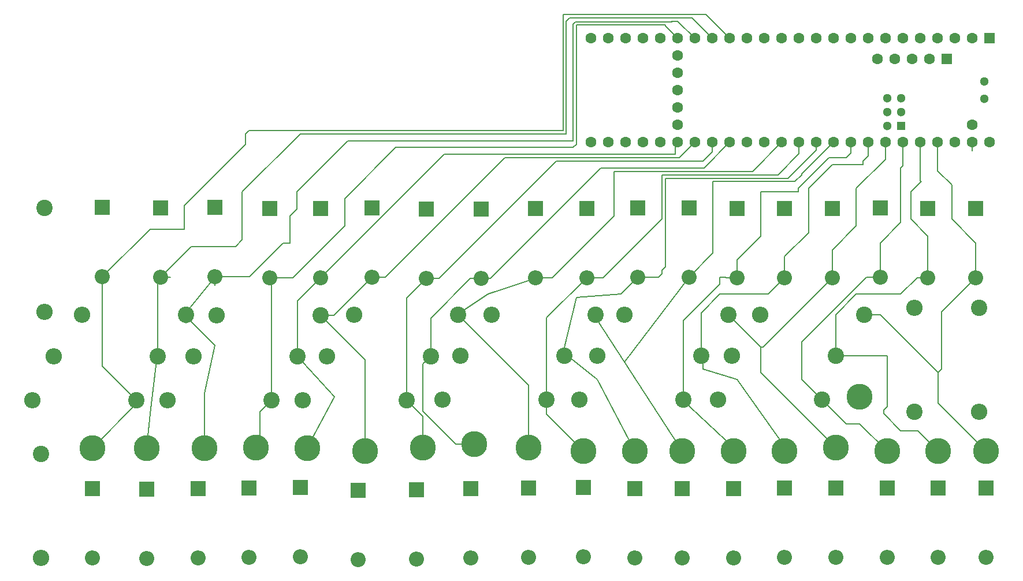
<source format=gbr>
%TF.GenerationSoftware,KiCad,Pcbnew,8.0.1*%
%TF.CreationDate,2024-04-01T15:58:40-04:00*%
%TF.ProjectId,emandoharp,656d616e-646f-4686-9172-702e6b696361,rev?*%
%TF.SameCoordinates,Original*%
%TF.FileFunction,Copper,L2,Bot*%
%TF.FilePolarity,Positive*%
%FSLAX46Y46*%
G04 Gerber Fmt 4.6, Leading zero omitted, Abs format (unit mm)*
G04 Created by KiCad (PCBNEW 8.0.1) date 2024-04-01 15:58:40*
%MOMM*%
%LPD*%
G01*
G04 APERTURE LIST*
%TA.AperFunction,Conductor*%
%ADD10C,0.200000*%
%TD*%
%TA.AperFunction,ComponentPad*%
%ADD11C,2.400000*%
%TD*%
%TA.AperFunction,ComponentPad*%
%ADD12O,2.400000X2.400000*%
%TD*%
%TA.AperFunction,ComponentPad*%
%ADD13R,1.600000X1.600000*%
%TD*%
%TA.AperFunction,ComponentPad*%
%ADD14C,1.600000*%
%TD*%
%TA.AperFunction,ComponentPad*%
%ADD15R,1.300000X1.300000*%
%TD*%
%TA.AperFunction,ComponentPad*%
%ADD16C,1.300000*%
%TD*%
%TA.AperFunction,ComponentPad*%
%ADD17C,3.800000*%
%TD*%
%TA.AperFunction,ComponentPad*%
%ADD18R,2.200000X2.200000*%
%TD*%
%TA.AperFunction,ComponentPad*%
%ADD19O,2.200000X2.200000*%
%TD*%
G04 APERTURE END LIST*
D10*
%TO.N,Net-(D27-A)*%
X150500000Y-125000000D02*
X150500000Y-123000000D01*
X155500000Y-126500000D02*
X150500000Y-125000000D01*
X163000000Y-137000000D02*
X155500000Y-126500000D01*
%TO.N,Net-(D25-A)*%
X155000000Y-136500000D02*
X147500000Y-129500000D01*
%TO.N,Net-(D23-A)*%
X139000000Y-124000000D02*
X148500000Y-111500000D01*
X147500000Y-137000000D02*
X134500000Y-117000000D01*
%TO.N,Net-(D17-A)*%
X119000000Y-114000000D02*
X126500000Y-111500000D01*
X114500000Y-117000000D02*
X119000000Y-114000000D01*
%TO.N,Net-(D21-A)*%
X138500000Y-114000000D02*
X141000000Y-111500000D01*
X132000000Y-114500000D02*
X138500000Y-114000000D01*
X130000000Y-122500000D02*
X132000000Y-114500000D01*
X135000000Y-126500000D02*
X130000000Y-122500000D01*
X140500000Y-137000000D02*
X135000000Y-126500000D01*
%TO.N,Net-(D3-A)*%
X69500000Y-131500000D02*
X70500000Y-123000000D01*
X69000000Y-136500000D02*
X69500000Y-131500000D01*
X68500000Y-137000000D02*
X69000000Y-136500000D01*
%TO.N,Net-(D10-K)*%
X96500000Y-129000000D02*
X91000000Y-123000000D01*
X92500000Y-136500000D02*
X96500000Y-129000000D01*
%TO.N,Net-(D5-A)*%
X74500000Y-117000000D02*
X79000000Y-111500000D01*
X79000000Y-121500000D02*
X74500000Y-117000000D01*
X77500000Y-128500000D02*
X79000000Y-121500000D01*
%TD*%
D11*
%TO.P,R9,1*%
%TO.N,Net-(D10-K)*%
X91120000Y-123080000D03*
D12*
%TO.P,R9,2*%
%TO.N,Net-(PC1-Pad1)*%
X75880000Y-123080000D03*
%TD*%
D13*
%TO.P,U1,1,GND*%
%TO.N,unconnected-(U1-GND-Pad1)*%
X192520000Y-76500000D03*
D14*
%TO.P,U1,2,0_RX1_CRX2_CS1*%
%TO.N,unconnected-(U1-0_RX1_CRX2_CS1-Pad2)*%
X189980000Y-76500000D03*
%TO.P,U1,3,1_TX1_CTX2_MISO1*%
%TO.N,unconnected-(U1-1_TX1_CTX2_MISO1-Pad3)*%
X187440000Y-76500000D03*
%TO.P,U1,4,2_OUT2*%
%TO.N,unconnected-(U1-2_OUT2-Pad4)*%
X184900000Y-76500000D03*
%TO.P,U1,5,3_LRCLK2*%
%TO.N,unconnected-(U1-3_LRCLK2-Pad5)*%
X182360000Y-76500000D03*
%TO.P,U1,6,4_BCLK2*%
%TO.N,unconnected-(U1-4_BCLK2-Pad6)*%
X179820000Y-76500000D03*
%TO.P,U1,7,5_IN2*%
%TO.N,unconnected-(U1-5_IN2-Pad7)*%
X177280000Y-76500000D03*
%TO.P,U1,8,6_OUT1D*%
%TO.N,unconnected-(U1-6_OUT1D-Pad8)*%
X174740000Y-76500000D03*
%TO.P,U1,9,7_RX2_OUT1A*%
%TO.N,unconnected-(U1-7_RX2_OUT1A-Pad9)*%
X172200000Y-76500000D03*
%TO.P,U1,10,8_TX2_IN1*%
%TO.N,unconnected-(U1-8_TX2_IN1-Pad10)*%
X169660000Y-76500000D03*
%TO.P,U1,11,9_OUT1C*%
%TO.N,unconnected-(U1-9_OUT1C-Pad11)*%
X167120000Y-76500000D03*
%TO.P,U1,12,10_CS_MQSR*%
%TO.N,unconnected-(U1-10_CS_MQSR-Pad12)*%
X164580000Y-76500000D03*
%TO.P,U1,13,11_MOSI_CTX1*%
%TO.N,unconnected-(U1-11_MOSI_CTX1-Pad13)*%
X162040000Y-76500000D03*
%TO.P,U1,14,12_MISO_MQSL*%
%TO.N,unconnected-(U1-12_MISO_MQSL-Pad14)*%
X159500000Y-76500000D03*
%TO.P,U1,15,3V3*%
%TO.N,unconnected-(U1-3V3-Pad15)*%
X156960000Y-76500000D03*
%TO.P,U1,16,24_A10_TX6_SCL2*%
%TO.N,Net-(D1-A)*%
X154420000Y-76500000D03*
%TO.P,U1,17,25_A11_RX6_SDA2*%
%TO.N,Net-(D3-A)*%
X151880000Y-76500000D03*
%TO.P,U1,18,26_A12_MOSI1*%
%TO.N,Net-(D5-A)*%
X149340000Y-76500000D03*
%TO.P,U1,19,27_A13_SCK1*%
%TO.N,Net-(D7-A)*%
X146800000Y-76500000D03*
%TO.P,U1,20,28_RX7*%
%TO.N,unconnected-(U1-28_RX7-Pad20)*%
X144260000Y-76500000D03*
%TO.P,U1,21,29_TX7*%
%TO.N,unconnected-(U1-29_TX7-Pad21)*%
X141720000Y-76500000D03*
%TO.P,U1,22,30_CRX3*%
%TO.N,unconnected-(U1-30_CRX3-Pad22)*%
X139180000Y-76500000D03*
%TO.P,U1,23,31_CTX3*%
%TO.N,unconnected-(U1-31_CTX3-Pad23)*%
X136640000Y-76500000D03*
%TO.P,U1,24,32_OUT1B*%
%TO.N,unconnected-(U1-32_OUT1B-Pad24)*%
X134100000Y-76500000D03*
%TO.P,U1,25,33_MCLK2*%
%TO.N,unconnected-(U1-33_MCLK2-Pad25)*%
X134100000Y-91740000D03*
%TO.P,U1,26,34_RX8*%
%TO.N,unconnected-(U1-34_RX8-Pad26)*%
X136640000Y-91740000D03*
%TO.P,U1,27,35_TX8*%
%TO.N,unconnected-(U1-35_TX8-Pad27)*%
X139180000Y-91740000D03*
%TO.P,U1,28,36_CS*%
%TO.N,unconnected-(U1-36_CS-Pad28)*%
X141720000Y-91740000D03*
%TO.P,U1,29,37_CS*%
%TO.N,unconnected-(U1-37_CS-Pad29)*%
X144260000Y-91740000D03*
%TO.P,U1,30,38_CS1_IN1*%
%TO.N,Net-(D10-K)*%
X146800000Y-91740000D03*
%TO.P,U1,31,39_MISO1_OUT1A*%
%TO.N,Net-(D11-A)*%
X149340000Y-91740000D03*
%TO.P,U1,32,40_A16*%
%TO.N,Net-(D13-A)*%
X151880000Y-91740000D03*
%TO.P,U1,33,41_A17*%
%TO.N,Net-(D15-A)*%
X154420000Y-91740000D03*
%TO.P,U1,34,GND*%
%TO.N,unconnected-(U1-GND-Pad34)*%
X156960000Y-91740000D03*
%TO.P,U1,35,13_SCK_LED*%
%TO.N,unconnected-(U1-13_SCK_LED-Pad35)*%
X159500000Y-91740000D03*
%TO.P,U1,36,14_A0_TX3_SPDIF_OUT*%
%TO.N,Net-(D17-A)*%
X162040000Y-91740000D03*
%TO.P,U1,37,15_A1_RX3_SPDIF_IN*%
%TO.N,Net-(D19-A)*%
X164580000Y-91740000D03*
%TO.P,U1,38,16_A2_RX4_SCL1*%
%TO.N,Net-(D21-A)*%
X167120000Y-91740000D03*
%TO.P,U1,39,17_A3_TX4_SDA1*%
%TO.N,Net-(D23-A)*%
X169660000Y-91740000D03*
%TO.P,U1,40,18_A4_SDA*%
%TO.N,Net-(D25-A)*%
X172200000Y-91740000D03*
%TO.P,U1,41,19_A5_SCL*%
%TO.N,Net-(D27-A)*%
X174740000Y-91740000D03*
%TO.P,U1,42,20_A6_TX5_LRCLK1*%
%TO.N,Net-(D29-A)*%
X177280000Y-91740000D03*
%TO.P,U1,43,21_A7_RX5_BCLK1*%
%TO.N,Net-(D31-A)*%
X179820000Y-91740000D03*
%TO.P,U1,44,22_A8_CTX1*%
%TO.N,Net-(D33-A)*%
X182360000Y-91740000D03*
%TO.P,U1,45,23_A9_CRX1_MCLK1*%
%TO.N,Net-(D35-A)*%
X184900000Y-91740000D03*
%TO.P,U1,46,3V3*%
%TO.N,Net-(R2-Pad1)*%
X187440000Y-91740000D03*
%TO.P,U1,47,GND*%
%TO.N,Net-(R1-Pad1)*%
X189980000Y-91740000D03*
%TO.P,U1,48,VIN*%
%TO.N,unconnected-(U1-VIN-Pad48)*%
X192520000Y-91740000D03*
%TO.P,U1,49,VUSB*%
%TO.N,unconnected-(U1-VUSB-Pad49)*%
X189980000Y-89200000D03*
%TO.P,U1,50,VBAT*%
%TO.N,unconnected-(U1-VBAT-Pad50)*%
X146800000Y-79040000D03*
%TO.P,U1,51,3V3*%
%TO.N,unconnected-(U1-3V3-Pad51)*%
X146800000Y-81580000D03*
%TO.P,U1,52,GND*%
%TO.N,unconnected-(U1-GND-Pad52)*%
X146800000Y-84120000D03*
%TO.P,U1,53,PROGRAM*%
%TO.N,unconnected-(U1-PROGRAM-Pad53)*%
X146800000Y-86660000D03*
%TO.P,U1,54,ON_OFF*%
%TO.N,unconnected-(U1-ON_OFF-Pad54)*%
X146800000Y-89200000D03*
D13*
%TO.P,U1,55,5V*%
%TO.N,unconnected-(U1-5V-Pad55)*%
X186220800Y-79550800D03*
D14*
%TO.P,U1,56,D-*%
%TO.N,unconnected-(U1-D--Pad56)*%
X183680800Y-79550800D03*
%TO.P,U1,57,D+*%
%TO.N,unconnected-(U1-D+-Pad57)*%
X181140800Y-79550800D03*
%TO.P,U1,58,GND*%
%TO.N,unconnected-(U1-GND-Pad58)*%
X178600800Y-79550800D03*
%TO.P,U1,59,GND*%
%TO.N,unconnected-(U1-GND-Pad59)*%
X176060800Y-79550800D03*
D15*
%TO.P,U1,60,R+*%
%TO.N,unconnected-(U1-R+-Pad60)*%
X179550000Y-89301600D03*
D16*
%TO.P,U1,61,LED*%
%TO.N,unconnected-(U1-LED-Pad61)*%
X179550000Y-87301600D03*
%TO.P,U1,62,T-*%
%TO.N,unconnected-(U1-T--Pad62)*%
X179550000Y-85301600D03*
%TO.P,U1,63,T+*%
%TO.N,unconnected-(U1-T+-Pad63)*%
X177550000Y-85301600D03*
%TO.P,U1,64,GND*%
%TO.N,unconnected-(U1-GND-Pad64)*%
X177550000Y-87301600D03*
%TO.P,U1,65,R-*%
%TO.N,unconnected-(U1-R--Pad65)*%
X177550000Y-89301600D03*
%TO.P,U1,66,D-*%
%TO.N,unconnected-(U1-D--Pad66)*%
X191790000Y-85390000D03*
%TO.P,U1,67,D+*%
%TO.N,unconnected-(U1-D+-Pad67)*%
X191790000Y-82850000D03*
%TD*%
D11*
%TO.P,R22,1*%
%TO.N,Net-(D35-A)*%
X174120000Y-117000000D03*
D12*
%TO.P,R22,2*%
%TO.N,Net-(PC1-Pad1)*%
X158880000Y-117000000D03*
%TD*%
D11*
%TO.P,R21,1*%
%TO.N,Net-(D33-A)*%
X170000000Y-123000000D03*
D12*
%TO.P,R21,2*%
%TO.N,Net-(PC1-Pad1)*%
X154760000Y-123000000D03*
%TD*%
D11*
%TO.P,R20,1*%
%TO.N,Net-(D31-A)*%
X168000000Y-129500000D03*
D12*
%TO.P,R20,2*%
%TO.N,Net-(PC1-Pad1)*%
X152760000Y-129500000D03*
%TD*%
D11*
%TO.P,R19,1*%
%TO.N,Net-(D29-A)*%
X154240000Y-117000000D03*
D12*
%TO.P,R19,2*%
%TO.N,Net-(PC1-Pad1)*%
X139000000Y-117000000D03*
%TD*%
D11*
%TO.P,R18,1*%
%TO.N,Net-(D27-A)*%
X150240000Y-123000000D03*
D12*
%TO.P,R18,2*%
%TO.N,Net-(PC1-Pad1)*%
X135000000Y-123000000D03*
%TD*%
D11*
%TO.P,R17,1*%
%TO.N,Net-(D25-A)*%
X147620000Y-129500000D03*
D12*
%TO.P,R17,2*%
%TO.N,Net-(PC1-Pad1)*%
X132380000Y-129500000D03*
%TD*%
D11*
%TO.P,R16,1*%
%TO.N,Net-(D23-A)*%
X134740000Y-117000000D03*
D12*
%TO.P,R16,2*%
%TO.N,Net-(PC1-Pad1)*%
X119500000Y-117000000D03*
%TD*%
D11*
%TO.P,R10,1*%
%TO.N,Net-(D21-A)*%
X130240000Y-123000000D03*
D12*
%TO.P,R10,2*%
%TO.N,Net-(PC1-Pad1)*%
X115000000Y-123000000D03*
%TD*%
D17*
%TO.P,P18,1,1*%
%TO.N,Net-(D35-A)*%
X192000000Y-137000000D03*
%TD*%
%TO.P,P17,1,1*%
%TO.N,Net-(D33-A)*%
X185000000Y-137000000D03*
%TD*%
%TO.P,P16,1,1*%
%TO.N,Net-(D31-A)*%
X177500000Y-137000000D03*
%TD*%
%TO.P,P15,1,1*%
%TO.N,Net-(D29-A)*%
X170000000Y-136500000D03*
%TD*%
%TO.P,P14,1,1*%
%TO.N,Net-(D27-A)*%
X162500000Y-137000000D03*
%TD*%
%TO.P,P13,1,1*%
%TO.N,Net-(D25-A)*%
X155000000Y-137000000D03*
%TD*%
%TO.P,P12,1,1*%
%TO.N,Net-(D23-A)*%
X147500000Y-137000000D03*
%TD*%
%TO.P,P11,1,1*%
%TO.N,Net-(D21-A)*%
X140500000Y-137000000D03*
%TD*%
D18*
%TO.P,D36,1,K*%
%TO.N,Net-(D35-A)*%
X192000000Y-142420000D03*
D19*
%TO.P,D36,2,A*%
%TO.N,Net-(D10-A)*%
X192000000Y-152580000D03*
%TD*%
D18*
%TO.P,D35,1,K*%
%TO.N,Net-(D1-K)*%
X190500000Y-101420000D03*
D19*
%TO.P,D35,2,A*%
%TO.N,Net-(D35-A)*%
X190500000Y-111580000D03*
%TD*%
D18*
%TO.P,D34,1,K*%
%TO.N,Net-(D33-A)*%
X185000000Y-142420000D03*
D19*
%TO.P,D34,2,A*%
%TO.N,Net-(D10-A)*%
X185000000Y-152580000D03*
%TD*%
D18*
%TO.P,D33,1,K*%
%TO.N,Net-(D1-K)*%
X183500000Y-101420000D03*
D19*
%TO.P,D33,2,A*%
%TO.N,Net-(D33-A)*%
X183500000Y-111580000D03*
%TD*%
D18*
%TO.P,D32,1,K*%
%TO.N,Net-(D31-A)*%
X177500000Y-142420000D03*
D19*
%TO.P,D32,2,A*%
%TO.N,Net-(D10-A)*%
X177500000Y-152580000D03*
%TD*%
D18*
%TO.P,D31,1,K*%
%TO.N,Net-(D1-K)*%
X176500000Y-101340000D03*
D19*
%TO.P,D31,2,A*%
%TO.N,Net-(D31-A)*%
X176500000Y-111500000D03*
%TD*%
D18*
%TO.P,D30,1,K*%
%TO.N,Net-(D29-A)*%
X170000000Y-142420000D03*
D19*
%TO.P,D30,2,A*%
%TO.N,Net-(D10-A)*%
X170000000Y-152580000D03*
%TD*%
D18*
%TO.P,D29,1,K*%
%TO.N,Net-(D1-K)*%
X169500000Y-101420000D03*
D19*
%TO.P,D29,2,A*%
%TO.N,Net-(D29-A)*%
X169500000Y-111580000D03*
%TD*%
D18*
%TO.P,D28,1,K*%
%TO.N,Net-(D27-A)*%
X162500000Y-142420000D03*
D19*
%TO.P,D28,2,A*%
%TO.N,Net-(D10-A)*%
X162500000Y-152580000D03*
%TD*%
D18*
%TO.P,D27,1,K*%
%TO.N,Net-(D1-K)*%
X162500000Y-101420000D03*
D19*
%TO.P,D27,2,A*%
%TO.N,Net-(D27-A)*%
X162500000Y-111580000D03*
%TD*%
D18*
%TO.P,D26,1,K*%
%TO.N,Net-(D25-A)*%
X155000000Y-142500000D03*
D19*
%TO.P,D26,2,A*%
%TO.N,Net-(D10-A)*%
X155000000Y-152660000D03*
%TD*%
D18*
%TO.P,D25,1,K*%
%TO.N,Net-(D1-K)*%
X155500000Y-101420000D03*
D19*
%TO.P,D25,2,A*%
%TO.N,Net-(D25-A)*%
X155500000Y-111580000D03*
%TD*%
D18*
%TO.P,D24,1,K*%
%TO.N,Net-(D23-A)*%
X147500000Y-142500000D03*
D19*
%TO.P,D24,2,A*%
%TO.N,Net-(D10-A)*%
X147500000Y-152660000D03*
%TD*%
D18*
%TO.P,D23,1,K*%
%TO.N,Net-(D1-K)*%
X148500000Y-101340000D03*
D19*
%TO.P,D23,2,A*%
%TO.N,Net-(D23-A)*%
X148500000Y-111500000D03*
%TD*%
D18*
%TO.P,D22,1,K*%
%TO.N,Net-(D21-A)*%
X140500000Y-142500000D03*
D19*
%TO.P,D22,2,A*%
%TO.N,Net-(D10-A)*%
X140500000Y-152660000D03*
%TD*%
D18*
%TO.P,D21,1,K*%
%TO.N,Net-(D1-K)*%
X141000000Y-101340000D03*
D19*
%TO.P,D21,2,A*%
%TO.N,Net-(D21-A)*%
X141000000Y-111500000D03*
%TD*%
D11*
%TO.P,R13,1*%
%TO.N,Net-(D15-A)*%
X110620000Y-123080000D03*
D12*
%TO.P,R13,2*%
%TO.N,Net-(PC1-Pad1)*%
X95380000Y-123080000D03*
%TD*%
D17*
%TO.P,P3,1,1*%
%TO.N,Net-(D5-A)*%
X77500000Y-136580000D03*
%TD*%
D11*
%TO.P,R2,1*%
%TO.N,Net-(R2-Pad1)*%
X181500000Y-131240000D03*
D12*
%TO.P,R2,2*%
%TO.N,Net-(D1-K)*%
X181500000Y-116000000D03*
%TD*%
D18*
%TO.P,D7,1,K*%
%TO.N,Net-(D1-K)*%
X87000000Y-101420000D03*
D19*
%TO.P,D7,2,A*%
%TO.N,Net-(D7-A)*%
X87000000Y-111580000D03*
%TD*%
D18*
%TO.P,D20,1,K*%
%TO.N,Net-(D19-A)*%
X133000000Y-142360000D03*
D19*
%TO.P,D20,2,A*%
%TO.N,Net-(D10-A)*%
X133000000Y-152520000D03*
%TD*%
D18*
%TO.P,D15,1,K*%
%TO.N,Net-(D1-K)*%
X118000000Y-101500000D03*
D19*
%TO.P,D15,2,A*%
%TO.N,Net-(D15-A)*%
X118000000Y-111660000D03*
%TD*%
D18*
%TO.P,D2,1,K*%
%TO.N,Net-(D1-A)*%
X61000000Y-142500000D03*
D19*
%TO.P,D2,2,A*%
%TO.N,Net-(D10-A)*%
X61000000Y-152660000D03*
%TD*%
D11*
%TO.P,R6,1*%
%TO.N,Net-(D3-A)*%
X70620000Y-123080000D03*
D12*
%TO.P,R6,2*%
%TO.N,Net-(PC1-Pad1)*%
X55380000Y-123080000D03*
%TD*%
D17*
%TO.P,P6,1,1*%
%TO.N,Net-(D11-A)*%
X101000000Y-137000000D03*
%TD*%
D11*
%TO.P,R14,1*%
%TO.N,Net-(D17-A)*%
X114620000Y-117000000D03*
D12*
%TO.P,R14,2*%
%TO.N,Net-(PC1-Pad1)*%
X99380000Y-117000000D03*
%TD*%
D18*
%TO.P,D11,1,K*%
%TO.N,Net-(D1-K)*%
X102000000Y-101340000D03*
D19*
%TO.P,D11,2,A*%
%TO.N,Net-(D11-A)*%
X102000000Y-111500000D03*
%TD*%
D18*
%TO.P,D8,1,K*%
%TO.N,Net-(D7-A)*%
X84000000Y-142420000D03*
D19*
%TO.P,D8,2,A*%
%TO.N,Net-(D10-A)*%
X84000000Y-152580000D03*
%TD*%
D18*
%TO.P,D12,1,K*%
%TO.N,Net-(D11-A)*%
X100000000Y-142760000D03*
D19*
%TO.P,D12,2,A*%
%TO.N,Net-(D10-A)*%
X100000000Y-152920000D03*
%TD*%
D18*
%TO.P,D9,1,K*%
%TO.N,Net-(D1-K)*%
X94500000Y-101420000D03*
D19*
%TO.P,D9,2,A*%
%TO.N,Net-(D10-K)*%
X94500000Y-111580000D03*
%TD*%
D18*
%TO.P,D10,1,K*%
%TO.N,Net-(D10-K)*%
X91500000Y-142340000D03*
D19*
%TO.P,D10,2,A*%
%TO.N,Net-(D10-A)*%
X91500000Y-152500000D03*
%TD*%
D18*
%TO.P,D19,1,K*%
%TO.N,Net-(D1-K)*%
X133500000Y-101420000D03*
D19*
%TO.P,D19,2,A*%
%TO.N,Net-(D19-A)*%
X133500000Y-111580000D03*
%TD*%
D11*
%TO.P,R11,1*%
%TO.N,Net-(D11-A)*%
X94500000Y-117080000D03*
D12*
%TO.P,R11,2*%
%TO.N,Net-(PC1-Pad1)*%
X79260000Y-117080000D03*
%TD*%
D18*
%TO.P,D14,1,K*%
%TO.N,Net-(D13-A)*%
X108500000Y-142680000D03*
D19*
%TO.P,D14,2,A*%
%TO.N,Net-(D10-A)*%
X108500000Y-152840000D03*
%TD*%
D18*
%TO.P,D16,1,K*%
%TO.N,Net-(D15-A)*%
X116500000Y-142500000D03*
D19*
%TO.P,D16,2,A*%
%TO.N,Net-(D10-A)*%
X116500000Y-152660000D03*
%TD*%
D11*
%TO.P,R3,1*%
%TO.N,Net-(D1-K)*%
X54000000Y-101340000D03*
D12*
%TO.P,R3,2*%
%TO.N,Net-(PC1-Pad1)*%
X54000000Y-116580000D03*
%TD*%
D17*
%TO.P,P9,1,1*%
%TO.N,Net-(D17-A)*%
X125000000Y-136500000D03*
%TD*%
D11*
%TO.P,R7,1*%
%TO.N,Net-(D5-A)*%
X74740000Y-117000000D03*
D12*
%TO.P,R7,2*%
%TO.N,Net-(PC1-Pad1)*%
X59500000Y-117000000D03*
%TD*%
D17*
%TO.P,P7,1,1*%
%TO.N,Net-(D13-A)*%
X109500000Y-136500000D03*
%TD*%
D11*
%TO.P,R8,1*%
%TO.N,Net-(D7-A)*%
X87240000Y-129580000D03*
D12*
%TO.P,R8,2*%
%TO.N,Net-(PC1-Pad1)*%
X72000000Y-129580000D03*
%TD*%
D11*
%TO.P,R15,1*%
%TO.N,Net-(D19-A)*%
X127620000Y-129500000D03*
D12*
%TO.P,R15,2*%
%TO.N,Net-(PC1-Pad1)*%
X112380000Y-129500000D03*
%TD*%
D11*
%TO.P,R4,1*%
%TO.N,Net-(PC1-Pad1)*%
X53500000Y-137460000D03*
D12*
%TO.P,R4,2*%
%TO.N,Net-(D10-A)*%
X53500000Y-152700000D03*
%TD*%
D18*
%TO.P,D4,1,K*%
%TO.N,Net-(D3-A)*%
X69000000Y-142580000D03*
D19*
%TO.P,D4,2,A*%
%TO.N,Net-(D10-A)*%
X69000000Y-152740000D03*
%TD*%
D17*
%TO.P,P2,1,1*%
%TO.N,Net-(D3-A)*%
X69000000Y-136580000D03*
%TD*%
%TO.P,P8,1,1*%
%TO.N,Net-(D15-A)*%
X117000000Y-136000000D03*
%TD*%
%TO.P,P5,1,1*%
%TO.N,Net-(D10-K)*%
X92500000Y-136580000D03*
%TD*%
%TO.P,P10,1,1*%
%TO.N,Net-(D19-A)*%
X133000000Y-137000000D03*
%TD*%
D18*
%TO.P,D17,1,K*%
%TO.N,Net-(D1-K)*%
X126000000Y-101420000D03*
D19*
%TO.P,D17,2,A*%
%TO.N,Net-(D17-A)*%
X126000000Y-111580000D03*
%TD*%
D17*
%TO.P,P1,1,1*%
%TO.N,Net-(D1-A)*%
X61000000Y-136580000D03*
%TD*%
D11*
%TO.P,R1,1*%
%TO.N,Net-(R1-Pad1)*%
X191000000Y-116000000D03*
D12*
%TO.P,R1,2*%
%TO.N,Net-(D10-A)*%
X191000000Y-131240000D03*
%TD*%
D18*
%TO.P,D5,1,K*%
%TO.N,Net-(D1-K)*%
X79000000Y-101300000D03*
D19*
%TO.P,D5,2,A*%
%TO.N,Net-(D5-A)*%
X79000000Y-111460000D03*
%TD*%
D11*
%TO.P,R5,1*%
%TO.N,Net-(D1-A)*%
X67500000Y-129580000D03*
D12*
%TO.P,R5,2*%
%TO.N,Net-(PC1-Pad1)*%
X52260000Y-129580000D03*
%TD*%
D18*
%TO.P,D3,1,K*%
%TO.N,Net-(D1-K)*%
X71000000Y-101380000D03*
D19*
%TO.P,D3,2,A*%
%TO.N,Net-(D3-A)*%
X71000000Y-111540000D03*
%TD*%
D18*
%TO.P,D13,1,K*%
%TO.N,Net-(D1-K)*%
X110000000Y-101500000D03*
D19*
%TO.P,D13,2,A*%
%TO.N,Net-(D13-A)*%
X110000000Y-111660000D03*
%TD*%
D18*
%TO.P,D6,1,K*%
%TO.N,Net-(D5-A)*%
X76500000Y-142500000D03*
D19*
%TO.P,D6,2,A*%
%TO.N,Net-(D10-A)*%
X76500000Y-152660000D03*
%TD*%
D18*
%TO.P,D1,1,K*%
%TO.N,Net-(D1-K)*%
X62500000Y-101300000D03*
D19*
%TO.P,D1,2,A*%
%TO.N,Net-(D1-A)*%
X62500000Y-111460000D03*
%TD*%
D18*
%TO.P,D18,1,K*%
%TO.N,Net-(D17-A)*%
X125000000Y-142440000D03*
D19*
%TO.P,D18,2,A*%
%TO.N,Net-(D10-A)*%
X125000000Y-152600000D03*
%TD*%
D17*
%TO.P,P4,1,1*%
%TO.N,Net-(D7-A)*%
X85000000Y-136500000D03*
%TD*%
D11*
%TO.P,R12,1*%
%TO.N,Net-(D13-A)*%
X107120000Y-129580000D03*
D12*
%TO.P,R12,2*%
%TO.N,Net-(PC1-Pad1)*%
X91880000Y-129580000D03*
%TD*%
D17*
%TO.P,PC1,1,1*%
%TO.N,Net-(PC1-Pad1)*%
X173500000Y-129000000D03*
%TD*%
D10*
%TO.N,Net-(D1-A)*%
X154420000Y-76500000D02*
X150920000Y-73000000D01*
X150920000Y-73000000D02*
X130000000Y-73000000D01*
X130000000Y-73000000D02*
X130000000Y-90000000D01*
X130000000Y-90000000D02*
X84000000Y-90000000D01*
X84000000Y-90000000D02*
X83500000Y-90500000D01*
X83500000Y-90500000D02*
X83500000Y-92000000D01*
X83500000Y-92000000D02*
X74500000Y-101000000D01*
X69460000Y-104500000D02*
X62500000Y-111460000D01*
X74500000Y-101000000D02*
X74500000Y-104500000D01*
X74500000Y-104500000D02*
X69460000Y-104500000D01*
%TO.N,Net-(D3-A)*%
X151880000Y-76500000D02*
X148880000Y-73500000D01*
X75540000Y-107000000D02*
X71000000Y-111540000D01*
X148880000Y-73500000D02*
X131000000Y-73500000D01*
X83000000Y-99000000D02*
X83000000Y-106000000D01*
X131000000Y-73500000D02*
X130500000Y-74000000D01*
X130500000Y-74000000D02*
X130500000Y-90500000D01*
X91500000Y-90500000D02*
X83000000Y-99000000D01*
X130500000Y-90500000D02*
X91500000Y-90500000D01*
X83000000Y-106000000D02*
X82000000Y-107000000D01*
X82000000Y-107000000D02*
X75540000Y-107000000D01*
%TO.N,Net-(D5-A)*%
X149340000Y-76500000D02*
X146840000Y-74000000D01*
X90000000Y-106500000D02*
X89000000Y-106500000D01*
X146840000Y-74000000D02*
X145855635Y-74000000D01*
X131500000Y-74434315D02*
X131500000Y-91500000D01*
X145855635Y-74000000D02*
X145955635Y-74100000D01*
X145955635Y-74100000D02*
X131834315Y-74100000D01*
X131834315Y-74100000D02*
X131500000Y-74434315D01*
X91000000Y-99000000D02*
X91000000Y-101500000D01*
X131500000Y-91500000D02*
X98500000Y-91500000D01*
X90000000Y-102500000D02*
X90000000Y-106500000D01*
X98500000Y-91500000D02*
X91000000Y-99000000D01*
X91000000Y-101500000D02*
X90000000Y-102500000D01*
X89000000Y-106500000D02*
X84040000Y-111460000D01*
X84040000Y-111460000D02*
X79000000Y-111460000D01*
%TO.N,Net-(D7-A)*%
X146800000Y-76500000D02*
X145000000Y-74700000D01*
X145000000Y-74700000D02*
X145000000Y-74500000D01*
X145000000Y-74500000D02*
X132000000Y-74500000D01*
X132000000Y-74500000D02*
X132000000Y-92000000D01*
X98000000Y-104000000D02*
X90420000Y-111580000D01*
X132000000Y-92000000D02*
X131500000Y-92500000D01*
X131500000Y-92500000D02*
X105500000Y-92500000D01*
X105500000Y-92500000D02*
X98000000Y-100000000D01*
X98000000Y-100000000D02*
X98000000Y-104000000D01*
X90420000Y-111580000D02*
X87000000Y-111580000D01*
%TO.N,Net-(D19-A)*%
X133500000Y-111580000D02*
X135920000Y-111580000D01*
X135920000Y-111580000D02*
X144500000Y-103000000D01*
X144500000Y-103000000D02*
X144500000Y-96500000D01*
X144500000Y-96500000D02*
X161500000Y-96500000D01*
X161500000Y-96500000D02*
X164580000Y-93420000D01*
X164580000Y-93420000D02*
X164580000Y-91740000D01*
%TO.N,Net-(D17-A)*%
X126000000Y-111580000D02*
X128420000Y-111580000D01*
X128420000Y-111580000D02*
X137500000Y-102500000D01*
X137500000Y-102500000D02*
X137500000Y-96000000D01*
X137500000Y-96000000D02*
X157780000Y-96000000D01*
X157780000Y-96000000D02*
X162040000Y-91740000D01*
%TO.N,Net-(D3-A)*%
X72460000Y-111540000D02*
X71000000Y-111540000D01*
%TO.N,Net-(D10-K)*%
X94500000Y-111580000D02*
X112580000Y-93500000D01*
X146500000Y-93500000D02*
X146500000Y-92040000D01*
X112580000Y-93500000D02*
X146500000Y-93500000D01*
X146500000Y-92040000D02*
X146800000Y-91740000D01*
%TO.N,Net-(D11-A)*%
X102000000Y-111500000D02*
X104000000Y-111500000D01*
X104000000Y-111500000D02*
X121500000Y-94000000D01*
X121500000Y-94000000D02*
X147080000Y-94000000D01*
X147080000Y-94000000D02*
X149340000Y-91740000D01*
%TO.N,Net-(D13-A)*%
X110000000Y-111660000D02*
X111840000Y-111660000D01*
X150500000Y-94500000D02*
X151880000Y-93120000D01*
X111840000Y-111660000D02*
X129000000Y-94500000D01*
X129000000Y-94500000D02*
X150500000Y-94500000D01*
X151880000Y-93120000D02*
X151880000Y-91740000D01*
%TO.N,Net-(D15-A)*%
X118000000Y-111660000D02*
X119340000Y-111660000D01*
X150660000Y-95500000D02*
X154420000Y-91740000D01*
X119340000Y-111660000D02*
X135500000Y-95500000D01*
X135500000Y-95500000D02*
X150660000Y-95500000D01*
%TO.N,Net-(D21-A)*%
X141000000Y-111500000D02*
X144000000Y-111500000D01*
X144000000Y-111500000D02*
X144500000Y-111000000D01*
X144500000Y-111000000D02*
X144500000Y-110500000D01*
X144500000Y-110500000D02*
X145000000Y-110000000D01*
X145000000Y-110000000D02*
X145000000Y-97000000D01*
X145000000Y-97000000D02*
X163000000Y-97000000D01*
X163000000Y-97000000D02*
X167120000Y-92880000D01*
X167120000Y-92880000D02*
X167120000Y-91740000D01*
%TO.N,Net-(D23-A)*%
X148500000Y-111500000D02*
X152000000Y-108000000D01*
X152000000Y-108000000D02*
X152000000Y-97500000D01*
X152000000Y-97500000D02*
X164000000Y-97500000D01*
X164000000Y-97500000D02*
X165000000Y-96500000D01*
X165000000Y-96500000D02*
X165000000Y-96400000D01*
X165000000Y-96400000D02*
X169660000Y-91740000D01*
%TO.N,Net-(D25-A)*%
X155500000Y-111580000D02*
X155500000Y-109000000D01*
X159000000Y-105500000D02*
X159000000Y-99000000D01*
X155500000Y-109000000D02*
X159000000Y-105500000D01*
X159000000Y-99000000D02*
X164500000Y-99000000D01*
X164500000Y-99000000D02*
X164500000Y-98500000D01*
X164500000Y-98500000D02*
X169000000Y-94000000D01*
X171500000Y-94000000D02*
X172200000Y-93300000D01*
X169000000Y-94000000D02*
X171500000Y-94000000D01*
X172200000Y-93300000D02*
X172200000Y-91740000D01*
%TO.N,Net-(D27-A)*%
X162500000Y-111580000D02*
X162500000Y-108500000D01*
X169500000Y-95000000D02*
X174000000Y-95000000D01*
X162500000Y-108500000D02*
X166000000Y-105000000D01*
X166000000Y-105000000D02*
X166000000Y-98500000D01*
X174740000Y-93760000D02*
X174740000Y-91740000D01*
X166000000Y-98500000D02*
X169500000Y-95000000D01*
X174000000Y-95000000D02*
X174000000Y-94500000D01*
X174000000Y-94500000D02*
X174740000Y-93760000D01*
%TO.N,Net-(D29-A)*%
X169500000Y-111580000D02*
X169500000Y-107500000D01*
X169500000Y-107500000D02*
X173000000Y-104000000D01*
X173000000Y-104000000D02*
X173000000Y-98500000D01*
X173000000Y-98500000D02*
X177280000Y-94220000D01*
X177280000Y-94220000D02*
X177280000Y-91740000D01*
%TO.N,Net-(D31-A)*%
X176500000Y-111500000D02*
X176500000Y-106500000D01*
X176500000Y-106500000D02*
X179500000Y-103500000D01*
X179500000Y-103500000D02*
X179500000Y-95500000D01*
X179500000Y-95500000D02*
X179820000Y-95180000D01*
X179820000Y-95180000D02*
X179820000Y-91740000D01*
%TO.N,Net-(D33-A)*%
X181000000Y-99000000D02*
X182500000Y-97500000D01*
X183500000Y-111580000D02*
X183500000Y-105500000D01*
X183500000Y-105500000D02*
X181000000Y-103000000D01*
X181000000Y-103000000D02*
X181000000Y-99000000D01*
X182500000Y-97500000D02*
X182360000Y-97360000D01*
X182360000Y-97360000D02*
X182360000Y-91740000D01*
%TO.N,Net-(D35-A)*%
X190500000Y-111580000D02*
X190500000Y-106500000D01*
X190500000Y-106500000D02*
X187000000Y-103000000D01*
X187000000Y-103000000D02*
X187000000Y-98000000D01*
X187000000Y-98000000D02*
X184900000Y-95900000D01*
X184900000Y-95900000D02*
X184900000Y-91740000D01*
%TO.N,Net-(R1-Pad1)*%
X189980000Y-92980000D02*
X189980000Y-91740000D01*
%TO.N,Net-(D35-A)*%
X185000000Y-125500000D02*
X185500000Y-125000000D01*
X185500000Y-125000000D02*
X185500000Y-116580000D01*
X185500000Y-116580000D02*
X190500000Y-111580000D01*
X185000000Y-125500000D02*
X176500000Y-117000000D01*
X176500000Y-117000000D02*
X174120000Y-117000000D01*
%TO.N,Net-(D33-A)*%
X170000000Y-123000000D02*
X170000000Y-117000000D01*
X170000000Y-117000000D02*
X173000000Y-114000000D01*
X173000000Y-114000000D02*
X179500000Y-114000000D01*
X179500000Y-114000000D02*
X181920000Y-111580000D01*
X181920000Y-111580000D02*
X183500000Y-111580000D01*
%TO.N,Net-(D35-A)*%
X185000000Y-130000000D02*
X185000000Y-125500000D01*
X192000000Y-137000000D02*
X185000000Y-130000000D01*
%TO.N,Net-(D33-A)*%
X185000000Y-137000000D02*
X182000000Y-134000000D01*
X182000000Y-134000000D02*
X179500000Y-134000000D01*
X177000000Y-131500000D02*
X177000000Y-131000000D01*
X179500000Y-134000000D02*
X177000000Y-131500000D01*
X177000000Y-131000000D02*
X177500000Y-130500000D01*
X177500000Y-130500000D02*
X177500000Y-123000000D01*
X177500000Y-123000000D02*
X170000000Y-123000000D01*
%TO.N,Net-(D31-A)*%
X168000000Y-129500000D02*
X165000000Y-126500000D01*
X165000000Y-126500000D02*
X165000000Y-121000000D01*
X165000000Y-121000000D02*
X174500000Y-111500000D01*
X174500000Y-111500000D02*
X176500000Y-111500000D01*
X173500000Y-133000000D02*
X171500000Y-133000000D01*
X177500000Y-137000000D02*
X173500000Y-133000000D01*
X171500000Y-133000000D02*
X168000000Y-129500000D01*
%TO.N,Net-(D29-A)*%
X159000000Y-121760000D02*
X159320000Y-121760000D01*
X159320000Y-121760000D02*
X169500000Y-111580000D01*
X170000000Y-136500000D02*
X159000000Y-125500000D01*
X159000000Y-125500000D02*
X159000000Y-121760000D01*
X159000000Y-121760000D02*
X154240000Y-117000000D01*
%TO.N,Net-(D25-A)*%
X153000000Y-112500000D02*
X153000000Y-111500000D01*
X147620000Y-117880000D02*
X153000000Y-112500000D01*
X153920000Y-111580000D02*
X155500000Y-111580000D01*
X153000000Y-111500000D02*
X153840000Y-111500000D01*
X153840000Y-111500000D02*
X153920000Y-111580000D01*
%TO.N,Net-(D27-A)*%
X150240000Y-123000000D02*
X150240000Y-116760000D01*
X153000000Y-114000000D02*
X160080000Y-114000000D01*
X160080000Y-114000000D02*
X162500000Y-111580000D01*
X150240000Y-116760000D02*
X153000000Y-114000000D01*
%TO.N,Net-(D25-A)*%
X147620000Y-129500000D02*
X147620000Y-117880000D01*
%TO.N,Net-(D5-A)*%
X77500000Y-136580000D02*
X77500000Y-128500000D01*
%TO.N,Net-(D1-A)*%
X67500000Y-130080000D02*
X67500000Y-129580000D01*
X62500000Y-124580000D02*
X62500000Y-111460000D01*
X67500000Y-129580000D02*
X62500000Y-124580000D01*
X61000000Y-136580000D02*
X67500000Y-130080000D01*
%TO.N,Net-(D3-A)*%
X70620000Y-123080000D02*
X70620000Y-111920000D01*
X69000000Y-136580000D02*
X69500000Y-136080000D01*
%TO.N,Net-(D5-A)*%
X79000000Y-112740000D02*
X79000000Y-111460000D01*
X74740000Y-118240000D02*
X74740000Y-117000000D01*
X77500000Y-136580000D02*
X78500000Y-135580000D01*
%TO.N,Net-(D7-A)*%
X85620000Y-136500000D02*
X85620000Y-131200000D01*
X85620000Y-131200000D02*
X87240000Y-129580000D01*
X86620000Y-111960000D02*
X87000000Y-111580000D01*
X87240000Y-129580000D02*
X87240000Y-111960000D01*
%TO.N,Net-(D10-K)*%
X91120000Y-114960000D02*
X94500000Y-111580000D01*
X91120000Y-123080000D02*
X91120000Y-114960000D01*
%TO.N,Net-(D11-A)*%
X101000000Y-137000000D02*
X101000000Y-123580000D01*
X101000000Y-123580000D02*
X94500000Y-117080000D01*
X94500000Y-117080000D02*
X96420000Y-117080000D01*
X96420000Y-117080000D02*
X102000000Y-111500000D01*
X102000000Y-111500000D02*
X102800000Y-111500000D01*
%TO.N,Net-(D13-A)*%
X109500000Y-131960000D02*
X107120000Y-129580000D01*
X109500000Y-136500000D02*
X109500000Y-131960000D01*
X107120000Y-114540000D02*
X110000000Y-111660000D01*
X107120000Y-129580000D02*
X107120000Y-114540000D01*
%TO.N,Net-(D15-A)*%
X110620000Y-117484366D02*
X116444366Y-111660000D01*
X109500000Y-124200000D02*
X110620000Y-123080000D01*
X116444366Y-111660000D02*
X118000000Y-111660000D01*
X109500000Y-131187005D02*
X109500000Y-124200000D01*
X110620000Y-123080000D02*
X110620000Y-117484366D01*
X117000000Y-136000000D02*
X114312995Y-136000000D01*
X114312995Y-136000000D02*
X109500000Y-131187005D01*
%TO.N,Net-(D17-A)*%
X125000000Y-136500000D02*
X125000000Y-127380000D01*
X126000000Y-111580000D02*
X126000000Y-111500000D01*
X125000000Y-127380000D02*
X114620000Y-117000000D01*
%TO.N,Net-(D19-A)*%
X127620000Y-131620000D02*
X127620000Y-129500000D01*
X133000000Y-137000000D02*
X127620000Y-131620000D01*
X127620000Y-117460000D02*
X133500000Y-111580000D01*
X127620000Y-129500000D02*
X127620000Y-117460000D01*
%TO.N,Net-(PC1-Pad1)*%
X52880000Y-137580000D02*
X53000000Y-137460000D01*
X53000000Y-130320000D02*
X52260000Y-129580000D01*
%TD*%
M02*

</source>
